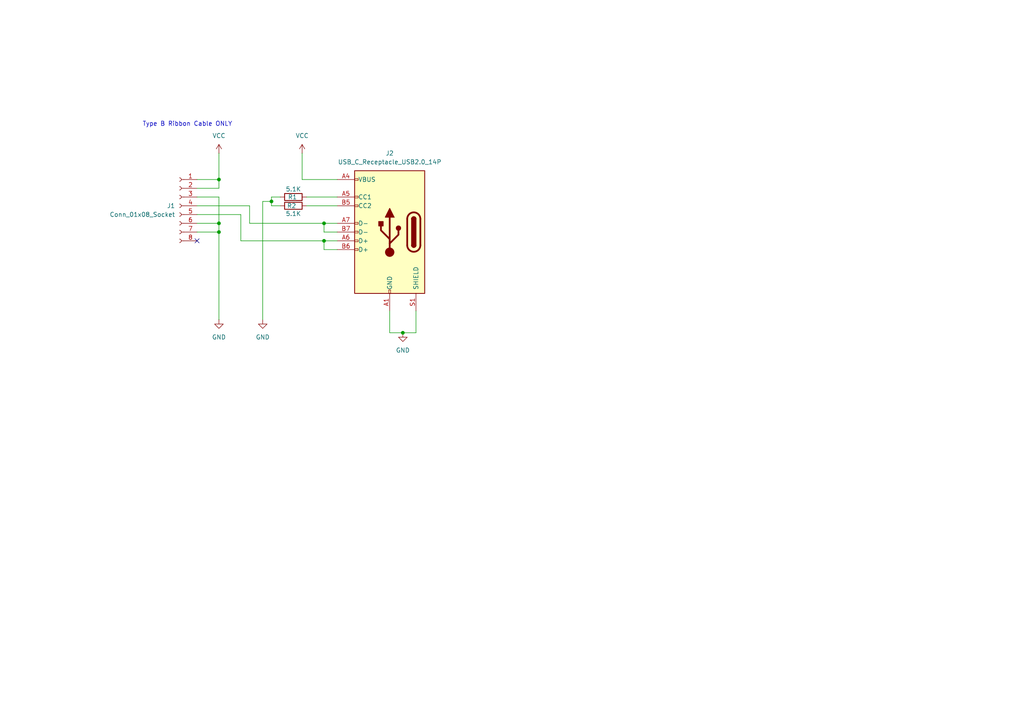
<source format=kicad_sch>
(kicad_sch (version 20250114) (generator "eeschema") (generator_version "9.0")
  (paper "A4")
  (lib_symbols
    (symbol "Connector:Conn_01x08_Socket" (pin_names (offset 1.016) (hide yes))
      (property "Reference" "J" (at 0 10.16 0))
      (property "Value" "Conn_01x08_Socket" (at 0 -12.7 0))
      (symbol "Conn_01x08_Socket_1_1"
        (polyline (pts (xy -1.27 7.62) (xy -0.508 7.62)) (stroke (width 0.1524)))
        (polyline (pts (xy -1.27 5.08) (xy -0.508 5.08)) (stroke (width 0.1524)))
        (polyline (pts (xy -1.27 2.54) (xy -0.508 2.54)) (stroke (width 0.1524)))
        (polyline (pts (xy -1.27 0) (xy -0.508 0)) (stroke (width 0.1524)))
        (polyline (pts (xy -1.27 -2.54) (xy -0.508 -2.54)) (stroke (width 0.1524)))
        (polyline (pts (xy -1.27 -5.08) (xy -0.508 -5.08)) (stroke (width 0.1524)))
        (polyline (pts (xy -1.27 -7.62) (xy -0.508 -7.62)) (stroke (width 0.1524)))
        (polyline (pts (xy -1.27 -10.16) (xy -0.508 -10.16)) (stroke (width 0.1524)))
        (arc (start 0 7.112) (mid -0.5058 7.62) (end 0 8.128) (stroke (width 0.1524)))
        (arc (start 0 4.572) (mid -0.5058 5.08) (end 0 5.588) (stroke (width 0.1524)))
        (arc (start 0 2.032) (mid -0.5058 2.54) (end 0 3.048) (stroke (width 0.1524)))
        (arc (start 0 -0.508) (mid -0.5058 0) (end 0 0.508) (stroke (width 0.1524)))
        (arc (start 0 -3.048) (mid -0.5058 -2.54) (end 0 -2.032) (stroke (width 0.1524)))
        (arc (start 0 -5.588) (mid -0.5058 -5.08) (end 0 -4.572) (stroke (width 0.1524)))
        (arc (start 0 -8.128) (mid -0.5058 -7.62) (end 0 -7.112) (stroke (width 0.1524)))
        (arc (start 0 -10.668) (mid -0.5058 -10.16) (end 0 -9.652) (stroke (width 0.1524)))
        (pin passive line (at -5.08 7.62 0) (length 3.81) (name "Pin_1") (number "1"))
        (pin passive line (at -5.08 5.08 0) (length 3.81) (name "Pin_2") (number "2"))
        (pin passive line (at -5.08 2.54 0) (length 3.81) (name "Pin_3") (number "3"))
        (pin passive line (at -5.08 0 0) (length 3.81) (name "Pin_4") (number "4"))
        (pin passive line (at -5.08 -2.54 0) (length 3.81) (name "Pin_5") (number "5"))
        (pin passive line (at -5.08 -5.08 0) (length 3.81) (name "Pin_6") (number "6"))
        (pin passive line (at -5.08 -7.62 0) (length 3.81) (name "Pin_7") (number "7"))
        (pin passive line (at -5.08 -10.16 0) (length 3.81) (name "Pin_8") (number "8"))
      )
    )
    (symbol "Connector:USB_C_Receptacle_USB2.0_14P" (pin_names (offset 1.016))
      (property "Reference" "J" (at 0 22.225 0))
      (property "Value" "USB_C_Receptacle_USB2.0_14P" (at 0 19.685 0))
      (symbol "USB_C_Receptacle_USB2.0_14P_0_0"
        (rectangle (start -0.254 -17.78) (end 0.254 -16.764))
        (rectangle (start 10.16 15.494) (end 9.144 14.986))
        (rectangle (start 10.16 10.414) (end 9.144 9.906))
        (rectangle (start 10.16 7.874) (end 9.144 7.366))
        (rectangle (start 10.16 2.794) (end 9.144 2.286))
        (rectangle (start 10.16 0.254) (end 9.144 -0.254))
        (rectangle (start 10.16 -2.286) (end 9.144 -2.794))
        (rectangle (start 10.16 -4.826) (end 9.144 -5.334))
      )
      (symbol "USB_C_Receptacle_USB2.0_14P_0_1"
        (rectangle (start -10.16 17.78) (end 10.16 -17.78) (stroke (width 0.254)) (fill (type background)))
        (polyline (pts (xy -8.89 -3.81) (xy -8.89 3.81)) (stroke (width 0.508)))
        (rectangle (start -7.62 -3.81) (end -6.35 3.81) (stroke (width 0.254)) (fill (type outline)))
        (arc (start -7.62 3.81) (mid -6.985 4.4423) (end -6.35 3.81) (stroke (width 0.254)))
        (arc (start -7.62 3.81) (mid -6.985 4.4423) (end -6.35 3.81) (stroke (width 0.254)) (fill (type outline)))
        (arc (start -8.89 3.81) (mid -6.985 5.7067) (end -5.08 3.81) (stroke (width 0.508)))
        (arc (start -5.08 -3.81) (mid -6.985 -5.7067) (end -8.89 -3.81) (stroke (width 0.508)))
        (arc (start -6.35 -3.81) (mid -6.985 -4.4423) (end -7.62 -3.81) (stroke (width 0.254)))
        (arc (start -6.35 -3.81) (mid -6.985 -4.4423) (end -7.62 -3.81) (stroke (width 0.254)) (fill (type outline)))
        (polyline (pts (xy -5.08 3.81) (xy -5.08 -3.81)) (stroke (width 0.508)))
        (circle (center -2.54 1.143) (radius 0.635) (stroke (width 0.254)) (fill (type outline)))
        (polyline (pts (xy -1.27 4.318) (xy 0 6.858) (xy 1.27 4.318) (xy -1.27 4.318)) (stroke (width 0.254)) (fill (type outline)))
        (polyline (pts (xy 0 -2.032) (xy 2.54 0.508) (xy 2.54 1.778)) (stroke (width 0.508)))
        (polyline (pts (xy 0 -3.302) (xy -2.54 -0.762) (xy -2.54 0.508)) (stroke (width 0.508)))
        (polyline (pts (xy 0 -5.842) (xy 0 4.318)) (stroke (width 0.508)))
        (circle (center 0 -5.842) (radius 1.27) (fill (type outline)))
        (rectangle (start 1.905 1.778) (end 3.175 3.048) (stroke (width 0.254)) (fill (type outline)))
      )
      (symbol "USB_C_Receptacle_USB2.0_14P_1_1"
        (pin passive line (at -7.62 -22.86 90) (length 5.08) (name "SHIELD") (number "S1"))
        (pin passive line (at 0 -22.86 90) (length 5.08) (name "GND") (number "A1"))
        (pin passive line (at 0 -22.86 90) (length 5.08) (hide yes) (name "GND") (number "A12"))
        (pin passive line (at 0 -22.86 90) (length 5.08) (hide yes) (name "GND") (number "B1"))
        (pin passive line (at 0 -22.86 90) (length 5.08) (hide yes) (name "GND") (number "B12"))
        (pin passive line (at 15.24 15.24 180) (length 5.08) (name "VBUS") (number "A4"))
        (pin passive line (at 15.24 15.24 180) (length 5.08) (hide yes) (name "VBUS") (number "A9"))
        (pin passive line (at 15.24 15.24 180) (length 5.08) (hide yes) (name "VBUS") (number "B4"))
        (pin passive line (at 15.24 15.24 180) (length 5.08) (hide yes) (name "VBUS") (number "B9"))
        (pin bidirectional line (at 15.24 10.16 180) (length 5.08) (name "CC1") (number "A5"))
        (pin bidirectional line (at 15.24 7.62 180) (length 5.08) (name "CC2") (number "B5"))
        (pin bidirectional line (at 15.24 2.54 180) (length 5.08) (name "D-") (number "A7"))
        (pin bidirectional line (at 15.24 0 180) (length 5.08) (name "D-") (number "B7"))
        (pin bidirectional line (at 15.24 -2.54 180) (length 5.08) (name "D+") (number "A6"))
        (pin bidirectional line (at 15.24 -5.08 180) (length 5.08) (name "D+") (number "B6"))
      )
    )
    (symbol "Device:R" (pin_numbers (hide yes)) (pin_names (offset 0))
      (property "Reference" "R" (at 2.032 0 90))
      (property "Value" "R" (at 0 0 90))
      (symbol "R_0_1"
        (rectangle (start -1.016 -2.54) (end 1.016 2.54) (stroke (width 0.254)))
      )
      (symbol "R_1_1"
        (pin passive line (at 0 3.81 270) (length 1.27) (name "~") (number "1"))
        (pin passive line (at 0 -3.81 90) (length 1.27) (name "~") (number "2"))
      )
    )
    (symbol "power:GND" (power) (pin_numbers (hide yes)) (pin_names (offset 0) (hide yes))
      (property "Value" "GND" (at 0 -3.81 0))
      (symbol "GND_0_1"
        (polyline (pts (xy 0 0) (xy 0 -1.27) (xy 1.27 -1.27) (xy 0 -2.54) (xy -1.27 -1.27) (xy 0 -1.27)))
      )
      (symbol "GND_1_1"
        (pin power_in line (at 0 0 270) (length 0) (name "~") (number "1"))
      )
    )
    (symbol "power:VCC" (power) (pin_numbers (hide yes)) (pin_names (offset 0) (hide yes))
      (property "Value" "VCC" (at 0 3.556 0))
      (symbol "VCC_0_1"
        (polyline (pts (xy -0.762 1.27) (xy 0 2.54)))
        (polyline (pts (xy 0 2.54) (xy 0.762 1.27)))
        (polyline (pts (xy 0 0) (xy 0 2.54)))
      )
      (symbol "VCC_1_1"
        (pin power_in line (at 0 0 90) (length 0) (name "~") (number "1"))
      )
    )
  )
  (text "Type B Ribbon Cable ONLY" (at 54.356 36.068 0) (effects (font (size 1.27 1.27))))
  (junction (at 93.98 69.85))
  (junction (at 63.5 64.77))
  (junction (at 78.74 58.42))
  (junction (at 63.5 52.07))
  (junction (at 116.84 96.52))
  (junction (at 63.5 67.31))
  (junction (at 93.98 64.77))
  (no_connect (at 57.15 69.85))
  (wire (pts (xy 69.85 69.85) (xy 93.98 69.85)))
  (wire (pts (xy 63.5 54.61) (xy 63.5 52.07)))
  (wire (pts (xy 113.03 90.17) (xy 113.03 96.52)))
  (wire (pts (xy 113.03 96.52) (xy 116.84 96.52)))
  (wire (pts (xy 76.2 58.42) (xy 78.74 58.42)))
  (wire (pts (xy 88.9 59.69) (xy 97.79 59.69)))
  (wire (pts (xy 57.15 64.77) (xy 63.5 64.77)))
  (wire (pts (xy 88.9 57.15) (xy 97.79 57.15)))
  (wire (pts (xy 93.98 64.77) (xy 97.79 64.77)))
  (wire (pts (xy 97.79 72.39) (xy 93.98 72.39)))
  (wire (pts (xy 87.63 44.45) (xy 87.63 52.07)))
  (wire (pts (xy 63.5 57.15) (xy 63.5 64.77)))
  (wire (pts (xy 72.39 59.69) (xy 72.39 64.77)))
  (wire (pts (xy 78.74 59.69) (xy 78.74 58.42)))
  (wire (pts (xy 57.15 62.23) (xy 69.85 62.23)))
  (wire (pts (xy 72.39 64.77) (xy 93.98 64.77)))
  (wire (pts (xy 57.15 57.15) (xy 63.5 57.15)))
  (wire (pts (xy 57.15 67.31) (xy 63.5 67.31)))
  (wire (pts (xy 81.28 59.69) (xy 78.74 59.69)))
  (wire (pts (xy 57.15 54.61) (xy 63.5 54.61)))
  (wire (pts (xy 78.74 57.15) (xy 81.28 57.15)))
  (wire (pts (xy 63.5 67.31) (xy 63.5 92.71)))
  (wire (pts (xy 57.15 52.07) (xy 63.5 52.07)))
  (wire (pts (xy 93.98 72.39) (xy 93.98 69.85)))
  (wire (pts (xy 93.98 69.85) (xy 97.79 69.85)))
  (wire (pts (xy 97.79 67.31) (xy 93.98 67.31)))
  (wire (pts (xy 63.5 64.77) (xy 63.5 67.31)))
  (wire (pts (xy 69.85 62.23) (xy 69.85 69.85)))
  (wire (pts (xy 57.15 59.69) (xy 72.39 59.69)))
  (wire (pts (xy 93.98 67.31) (xy 93.98 64.77)))
  (wire (pts (xy 78.74 58.42) (xy 78.74 57.15)))
  (wire (pts (xy 116.84 96.52) (xy 120.65 96.52)))
  (wire (pts (xy 63.5 44.45) (xy 63.5 52.07)))
  (wire (pts (xy 120.65 90.17) (xy 120.65 96.52)))
  (wire (pts (xy 87.63 52.07) (xy 97.79 52.07)))
  (wire (pts (xy 76.2 58.42) (xy 76.2 92.71)))
  (symbol (lib_id "power:VCC") (at 87.63 44.45 0) (unit 1)
    (property "Reference" "#PWR03" (effects (hide yes)))
    (property "Value" "VCC" (at 87.63 39.37 0))
    (property "Description" "Power symbol creates a global label with name \"VCC\"" (effects (hide yes)))
  )
  (symbol (lib_id "power:GND") (at 76.2 92.71 0) (unit 1)
    (property "Reference" "#PWR05" (effects (hide yes)))
    (property "Value" "GND" (at 76.2 97.79 0))
    (property "Description" "Power symbol creates a global label with name \"GND\" , ground" (effects (hide yes)))
  )
  (symbol (lib_id "power:VCC") (at 63.5 44.45 0) (unit 1)
    (property "Reference" "#PWR04" (effects (hide yes)))
    (property "Value" "VCC" (at 63.5 39.37 0))
    (property "Description" "Power symbol creates a global label with name \"VCC\"" (effects (hide yes)))
  )
  (symbol (lib_id "Connector:Conn_01x08_Socket") (at 52.07 59.69 0) (mirror y) (unit 1)
    (property "Reference" "J1" (at 50.8 59.6899 0) (effects (justify left)))
    (property "Value" "Conn_01x08_Socket" (at 50.8 62.2299 0) (effects (justify left)))
    (property "Footprint" "Connector_FFC-FPC:Hirose_FH12-8S-0.5SH_1x08-1MP_P0.50mm_Horizontal" (effects (hide yes)))
    (property "Description" "Generic connector, single row, 01x08, script generated" (effects (hide yes)))
    (property "LCSC" "C262657" (effects (hide yes)))
  )
  (symbol (lib_id "power:GND") (at 63.5 92.71 0) (unit 1)
    (property "Reference" "#PWR02" (effects (hide yes)))
    (property "Value" "GND" (at 63.5 97.79 0))
    (property "Description" "Power symbol creates a global label with name \"GND\" , ground" (effects (hide yes)))
  )
  (symbol (lib_id "power:GND") (at 116.84 96.52 0) (unit 1)
    (property "Reference" "#PWR01" (effects (hide yes)))
    (property "Value" "GND" (at 116.84 101.6 0))
    (property "Description" "Power symbol creates a global label with name \"GND\" , ground" (effects (hide yes)))
  )
  (symbol (lib_id "Connector:USB_C_Receptacle_USB2.0_14P") (at 113.03 67.31 0) (mirror y) (unit 1)
    (property "Reference" "J2" (at 113.03 44.45 0))
    (property "Value" "USB_C_Receptacle_USB2.0_14P" (at 113.03 46.99 0))
    (property "Footprint" "Connector_USB:USB_C_Receptacle_GCT_USB4105-xx-A_16P_TopMnt_Horizontal" (effects (hide yes)))
    (property "Datasheet" "https://www.usb.org/sites/default/files/documents/usb_type-c.zip" (effects (hide yes)))
    (property "Description" "USB 2.0-only 14P Type-C Receptacle connector" (effects (hide yes)))
    (property "LCSC" "C2936184" (effects (hide yes)))
  )
  (symbol (lib_id "Device:R") (at 85.09 57.15 270) (unit 1)
    (property "Reference" "R1" (at 84.836 57.15 90))
    (property "Value" "5.1K" (at 85.09 54.864 90))
    (property "Footprint" "Resistor_SMD:R_0603_1608Metric" (effects (hide yes)))
    (property "Description" "Resistor" (effects (hide yes)))
  )
  (symbol (lib_id "Device:R") (at 85.09 59.69 270) (unit 1)
    (property "Reference" "R2" (at 84.582 59.69 90))
    (property "Value" "5.1K" (at 85.09 61.976 90))
    (property "Footprint" "Resistor_SMD:R_0603_1608Metric" (effects (hide yes)))
    (property "Description" "Resistor" (effects (hide yes)))
  )
)
</source>
